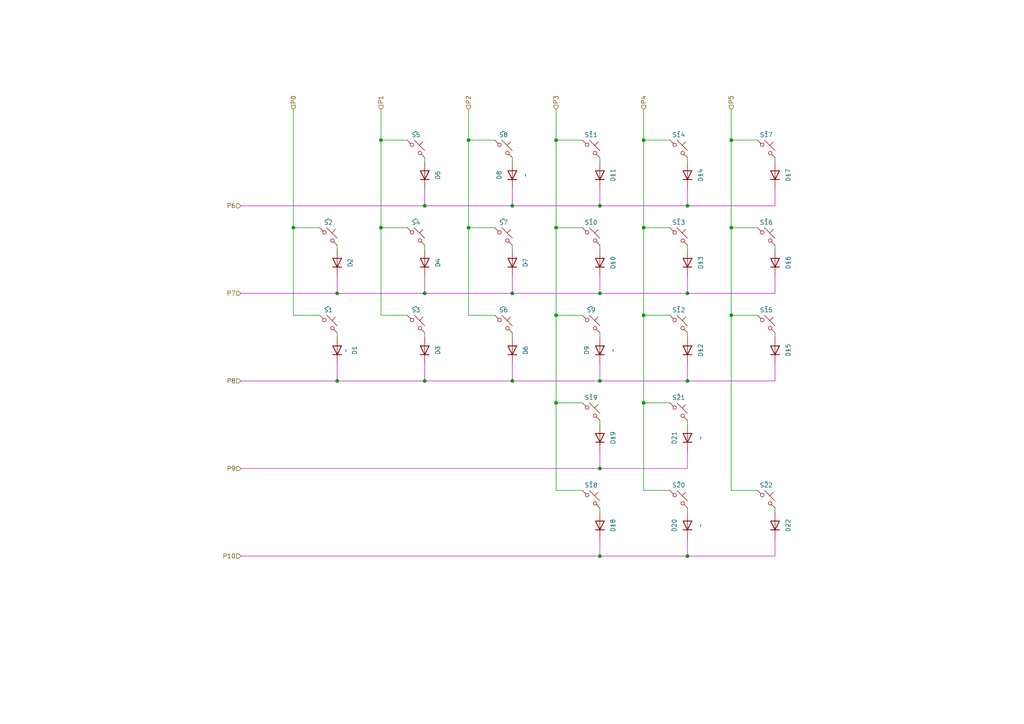
<source format=kicad_sch>
(kicad_sch (version 20250114) (generator "eeschema") (generator_version "9.0")
  (paper "A4")
  (lib_symbols
    (symbol "Device:D" (pin_numbers (hide yes)) (pin_names (offset 1.016) (hide yes))
      (property "Reference" "D" (at 0 2.54 0))
      (property "Value" "D" (at 0 -2.54 0))
      (symbol "D_0_1"
        (polyline (pts (xy -1.27 1.27) (xy -1.27 -1.27)) (stroke (width 0.254)))
        (polyline (pts (xy 1.27 1.27) (xy 1.27 -1.27) (xy -1.27 0) (xy 1.27 1.27)) (stroke (width 0.254)))
        (polyline (pts (xy 1.27 0) (xy -1.27 0)))
      )
      (symbol "D_1_1"
        (pin passive line (at -3.81 0 0) (length 2.54) (name "K") (number "1"))
        (pin passive line (at 3.81 0 180) (length 2.54) (name "A") (number "2"))
      )
    )
    (symbol "Switch:SW_Push_45deg" (pin_numbers (hide yes)) (pin_names (offset 1.016) (hide yes))
      (property "Reference" "SW" (at 3.048 1.016 0))
      (property "Value" "SW_Push_45deg" (at 0 -3.81 0))
      (symbol "SW_Push_45deg_0_1"
        (polyline (pts (xy -2.54 2.54) (xy -1.524 1.524) (xy -1.524 1.524)))
        (circle (center -1.1684 1.1684) (radius 0.508))
        (polyline (pts (xy -0.508 2.54) (xy 2.54 -0.508)))
        (polyline (pts (xy 1.016 1.016) (xy 2.032 2.032)))
        (circle (center 1.143 -1.1938) (radius 0.508))
        (polyline (pts (xy 1.524 -1.524) (xy 2.54 -2.54) (xy 2.54 -2.54) (xy 2.54 -2.54)))
        (pin passive line (at -2.54 2.54 0) (length 0) (name "1") (number "1"))
        (pin passive line (at 2.54 -2.54 180) (length 0) (name "2") (number "2"))
      )
    )
  )
  (junction (at 123.19 110.49))
  (junction (at 199.39 110.49))
  (junction (at 199.39 161.29))
  (junction (at 97.79 110.49))
  (junction (at 148.59 59.69))
  (junction (at 135.89 66.04))
  (junction (at 85.09 66.04))
  (junction (at 186.69 66.04))
  (junction (at 148.59 85.09))
  (junction (at 186.69 91.44))
  (junction (at 173.99 59.69))
  (junction (at 199.39 59.69))
  (junction (at 173.99 110.49))
  (junction (at 173.99 161.29))
  (junction (at 186.69 40.64))
  (junction (at 173.99 85.09))
  (junction (at 110.49 66.04))
  (junction (at 123.19 85.09))
  (junction (at 110.49 40.64))
  (junction (at 148.59 110.49))
  (junction (at 161.29 91.44))
  (junction (at 97.79 85.09))
  (junction (at 173.99 135.89))
  (junction (at 161.29 116.84))
  (junction (at 161.29 66.04))
  (junction (at 161.29 40.64))
  (junction (at 212.09 91.44))
  (junction (at 186.69 116.84))
  (junction (at 135.89 40.64))
  (junction (at 212.09 40.64))
  (junction (at 123.19 59.69))
  (junction (at 199.39 85.09))
  (junction (at 212.09 66.04))
  (wire (pts (xy 148.59 59.69) (xy 148.59 54.61)) (stroke (width 0) (color 194 0 194 1)))
  (wire (pts (xy 97.79 80.01) (xy 97.79 85.09)) (stroke (width 0) (color 194 0 194 1)))
  (wire (pts (xy 199.39 96.52) (xy 199.39 97.79)))
  (wire (pts (xy 212.09 91.44) (xy 212.09 142.24)))
  (wire (pts (xy 199.39 121.92) (xy 199.39 123.19)))
  (wire (pts (xy 168.91 116.84) (xy 161.29 116.84)))
  (wire (pts (xy 194.31 91.44) (xy 186.69 91.44)))
  (wire (pts (xy 123.19 59.69) (xy 148.59 59.69)) (stroke (width 0) (color 194 0 194 1)))
  (wire (pts (xy 173.99 135.89) (xy 173.99 130.81)) (stroke (width 0) (color 194 0 194 1)))
  (wire (pts (xy 148.59 110.49) (xy 148.59 105.41)) (stroke (width 0) (color 194 0 194 1)))
  (wire (pts (xy 173.99 135.89) (xy 199.39 135.89)) (stroke (width 0) (color 194 0 194 1)))
  (wire (pts (xy 173.99 161.29) (xy 199.39 161.29)) (stroke (width 0) (color 194 0 194 1)))
  (wire (pts (xy 186.69 116.84) (xy 186.69 142.24)))
  (wire (pts (xy 173.99 161.29) (xy 173.99 156.21)) (stroke (width 0) (color 194 0 194 1)))
  (wire (pts (xy 186.69 66.04) (xy 186.69 91.44)))
  (wire (pts (xy 199.39 71.12) (xy 199.39 72.39)))
  (wire (pts (xy 123.19 80.01) (xy 123.19 85.09)) (stroke (width 0) (color 194 0 194 1)))
  (wire (pts (xy 161.29 40.64) (xy 161.29 66.04)))
  (wire (pts (xy 97.79 85.09) (xy 123.19 85.09)) (stroke (width 0) (color 194 0 194 1)))
  (wire (pts (xy 97.79 105.41) (xy 97.79 110.49)) (stroke (width 0) (color 194 0 194 1)))
  (wire (pts (xy 168.91 91.44) (xy 161.29 91.44)))
  (wire (pts (xy 212.09 40.64) (xy 212.09 66.04)))
  (wire (pts (xy 224.79 85.09) (xy 224.79 80.01)) (stroke (width 0) (color 194 0 194 1)))
  (wire (pts (xy 173.99 71.12) (xy 173.99 72.39)))
  (wire (pts (xy 92.71 66.04) (xy 85.09 66.04)))
  (wire (pts (xy 148.59 45.72) (xy 148.59 46.99)))
  (wire (pts (xy 199.39 135.89) (xy 199.39 130.81)) (stroke (width 0) (color 194 0 194 1)))
  (wire (pts (xy 199.39 59.69) (xy 199.39 54.61)) (stroke (width 0) (color 194 0 194 1)))
  (wire (pts (xy 161.29 66.04) (xy 161.29 91.44)))
  (wire (pts (xy 194.31 116.84) (xy 186.69 116.84)))
  (wire (pts (xy 219.71 91.44) (xy 212.09 91.44)))
  (wire (pts (xy 168.91 40.64) (xy 161.29 40.64)))
  (wire (pts (xy 148.59 110.49) (xy 173.99 110.49)) (stroke (width 0) (color 194 0 194 1)))
  (wire (pts (xy 212.09 66.04) (xy 212.09 91.44)))
  (wire (pts (xy 199.39 161.29) (xy 199.39 156.21)) (stroke (width 0) (color 194 0 194 1)))
  (wire (pts (xy 118.11 40.64) (xy 110.49 40.64)))
  (wire (pts (xy 186.69 40.64) (xy 186.69 66.04)))
  (wire (pts (xy 110.49 66.04) (xy 110.49 91.44)))
  (wire (pts (xy 168.91 66.04) (xy 161.29 66.04)))
  (wire (pts (xy 173.99 85.09) (xy 173.99 80.01)) (stroke (width 0) (color 194 0 194 1)))
  (wire (pts (xy 199.39 59.69) (xy 224.79 59.69)) (stroke (width 0) (color 194 0 194 1)))
  (wire (pts (xy 135.89 40.64) (xy 135.89 66.04)))
  (wire (pts (xy 69.85 110.49) (xy 97.79 110.49)) (stroke (width 0) (color 194 0 194 1)))
  (wire (pts (xy 143.51 40.64) (xy 135.89 40.64)))
  (wire (pts (xy 123.19 85.09) (xy 148.59 85.09)) (stroke (width 0) (color 194 0 194 1)))
  (wire (pts (xy 173.99 45.72) (xy 173.99 46.99)))
  (wire (pts (xy 224.79 59.69) (xy 224.79 54.61)) (stroke (width 0) (color 194 0 194 1)))
  (wire (pts (xy 118.11 91.44) (xy 110.49 91.44)))
  (wire (pts (xy 143.51 91.44) (xy 135.89 91.44)))
  (wire (pts (xy 69.85 85.09) (xy 97.79 85.09)) (stroke (width 0) (color 194 0 194 1)))
  (wire (pts (xy 173.99 147.32) (xy 173.99 148.59)))
  (wire (pts (xy 199.39 147.32) (xy 199.39 148.59)))
  (wire (pts (xy 123.19 105.41) (xy 123.19 110.49)) (stroke (width 0) (color 194 0 194 1)))
  (wire (pts (xy 135.89 31.75) (xy 135.89 40.64)))
  (wire (pts (xy 161.29 116.84) (xy 161.29 142.24)))
  (wire (pts (xy 219.71 40.64) (xy 212.09 40.64)))
  (wire (pts (xy 69.85 161.29) (xy 173.99 161.29)) (stroke (width 0) (color 194 0 194 1)))
  (wire (pts (xy 224.79 110.49) (xy 224.79 105.41)) (stroke (width 0) (color 194 0 194 1)))
  (wire (pts (xy 219.71 66.04) (xy 212.09 66.04)))
  (wire (pts (xy 143.51 66.04) (xy 135.89 66.04)))
  (wire (pts (xy 173.99 59.69) (xy 173.99 54.61)) (stroke (width 0) (color 194 0 194 1)))
  (wire (pts (xy 85.09 31.75) (xy 85.09 66.04)))
  (wire (pts (xy 85.09 66.04) (xy 85.09 91.44)))
  (wire (pts (xy 148.59 96.52) (xy 148.59 97.79)))
  (wire (pts (xy 199.39 85.09) (xy 199.39 80.01)) (stroke (width 0) (color 194 0 194 1)))
  (wire (pts (xy 224.79 161.29) (xy 224.79 156.21)) (stroke (width 0) (color 194 0 194 1)))
  (wire (pts (xy 194.31 40.64) (xy 186.69 40.64)))
  (wire (pts (xy 123.19 96.52) (xy 123.19 97.79)))
  (wire (pts (xy 110.49 40.64) (xy 110.49 66.04)))
  (wire (pts (xy 148.59 85.09) (xy 148.59 80.01)) (stroke (width 0) (color 194 0 194 1)))
  (wire (pts (xy 173.99 96.52) (xy 173.99 97.79)))
  (wire (pts (xy 123.19 110.49) (xy 148.59 110.49)) (stroke (width 0) (color 194 0 194 1)))
  (wire (pts (xy 173.99 85.09) (xy 199.39 85.09)) (stroke (width 0) (color 194 0 194 1)))
  (wire (pts (xy 199.39 110.49) (xy 199.39 105.41)) (stroke (width 0) (color 194 0 194 1)))
  (wire (pts (xy 173.99 59.69) (xy 199.39 59.69)) (stroke (width 0) (color 194 0 194 1)))
  (wire (pts (xy 224.79 45.72) (xy 224.79 46.99)))
  (wire (pts (xy 194.31 142.24) (xy 186.69 142.24)))
  (wire (pts (xy 219.71 142.24) (xy 212.09 142.24)))
  (wire (pts (xy 69.85 59.69) (xy 123.19 59.69)) (stroke (width 0) (color 194 0 194 1)))
  (wire (pts (xy 224.79 71.12) (xy 224.79 72.39)))
  (wire (pts (xy 161.29 31.75) (xy 161.29 40.64)))
  (wire (pts (xy 199.39 110.49) (xy 224.79 110.49)) (stroke (width 0) (color 194 0 194 1)))
  (wire (pts (xy 97.79 97.79) (xy 97.79 96.52)))
  (wire (pts (xy 123.19 71.12) (xy 123.19 72.39)))
  (wire (pts (xy 186.69 31.75) (xy 186.69 40.64)))
  (wire (pts (xy 97.79 72.39) (xy 97.79 71.12)))
  (wire (pts (xy 199.39 45.72) (xy 199.39 46.99)))
  (wire (pts (xy 173.99 110.49) (xy 199.39 110.49)) (stroke (width 0) (color 194 0 194 1)))
  (wire (pts (xy 212.09 31.75) (xy 212.09 40.64)))
  (wire (pts (xy 199.39 85.09) (xy 224.79 85.09)) (stroke (width 0) (color 194 0 194 1)))
  (wire (pts (xy 123.19 45.72) (xy 123.19 46.99)))
  (wire (pts (xy 97.79 110.49) (xy 123.19 110.49)) (stroke (width 0) (color 194 0 194 1)))
  (wire (pts (xy 224.79 96.52) (xy 224.79 97.79)))
  (wire (pts (xy 135.89 66.04) (xy 135.89 91.44)))
  (wire (pts (xy 110.49 31.75) (xy 110.49 40.64)))
  (wire (pts (xy 69.85 135.89) (xy 173.99 135.89)) (stroke (width 0) (color 194 0 194 1)))
  (wire (pts (xy 148.59 59.69) (xy 173.99 59.69)) (stroke (width 0) (color 194 0 194 1)))
  (wire (pts (xy 92.71 91.44) (xy 85.09 91.44)))
  (wire (pts (xy 173.99 121.92) (xy 173.99 123.19)))
  (wire (pts (xy 199.39 161.29) (xy 224.79 161.29)) (stroke (width 0) (color 194 0 194 1)))
  (wire (pts (xy 118.11 66.04) (xy 110.49 66.04)))
  (wire (pts (xy 148.59 85.09) (xy 173.99 85.09)) (stroke (width 0) (color 194 0 194 1)))
  (wire (pts (xy 194.31 66.04) (xy 186.69 66.04)))
  (wire (pts (xy 148.59 71.12) (xy 148.59 72.39)))
  (wire (pts (xy 186.69 91.44) (xy 186.69 116.84)))
  (wire (pts (xy 224.79 147.32) (xy 224.79 148.59)))
  (wire (pts (xy 168.91 142.24) (xy 161.29 142.24)))
  (wire (pts (xy 173.99 110.49) (xy 173.99 105.41)) (stroke (width 0) (color 194 0 194 1)))
  (wire (pts (xy 161.29 91.44) (xy 161.29 116.84)))
  (wire (pts (xy 123.19 54.61) (xy 123.19 59.69)) (stroke (width 0) (color 194 0 194 1)))
  (hierarchical_label "P8" (shape input) (at 69.85 110.49 180))
  (hierarchical_label "P1" (shape input) (at 110.49 31.75 90))
  (hierarchical_label "P2" (shape input) (at 135.89 31.75 90))
  (hierarchical_label "P9" (shape input) (at 69.85 135.89 180))
  (hierarchical_label "P5" (shape input) (at 212.09 31.75 90))
  (hierarchical_label "P3" (shape input) (at 161.29 31.75 90))
  (hierarchical_label "P4" (shape input) (at 186.69 31.75 90))
  (hierarchical_label "P6" (shape input) (at 69.85 59.69 180))
  (hierarchical_label "P0" (shape input) (at 85.09 31.75 90))
  (hierarchical_label "P10" (shape input) (at 69.85 161.29 180))
  (hierarchical_label "P7" (shape input) (at 69.85 85.09 180))
  (symbol (lib_id "Switch:SW_Push_45deg") (at 171.45 144.78 0) (unit 1)
    (property "Reference" "S18" (at 171.45 140.716 0))
    (property "Value" "~" (at 171.45 139.7 0))
    (property "Footprint" "MX" (effects (hide yes)))
  )
  (symbol (lib_id "Switch:SW_Push_45deg") (at 222.25 43.18 0) (unit 1)
    (property "Reference" "S17" (at 222.25 39.116 0))
    (property "Value" "~" (at 222.25 38.1 0))
    (property "Footprint" "MX" (effects (hide yes)))
  )
  (symbol (lib_id "Device:D") (at 97.79 76.2 270) (mirror x) (unit 1)
    (property "Reference" "D2" (at 101.6 76.2 0))
    (property "Value" "~" (at 101.6 76.2 0))
    (property "Footprint" "ComboDiode" (effects (hide yes)))
  )
  (symbol (lib_id "Switch:SW_Push_45deg") (at 120.65 93.98 0) (unit 1)
    (property "Reference" "S3" (at 120.65 89.916 0))
    (property "Value" "~" (at 120.65 88.9 0))
    (property "Footprint" "MX" (effects (hide yes)))
  )
  (symbol (lib_id "Device:D") (at 148.59 76.2 270) (mirror x) (unit 1)
    (property "Reference" "D7" (at 152.4 76.2 0))
    (property "Value" "~" (at 152.4 76.2 0))
    (property "Footprint" "ComboDiode" (effects (hide yes)))
  )
  (symbol (lib_id "Device:D") (at 123.19 101.6 270) (mirror x) (unit 1)
    (property "Reference" "D3" (at 127 101.6 0))
    (property "Value" "~" (at 127 101.6 0))
    (property "Footprint" "ComboDiode" (effects (hide yes)))
  )
  (symbol (lib_id "Switch:SW_Push_45deg") (at 196.85 144.78 0) (unit 1)
    (property "Reference" "S20" (at 196.85 140.716 0))
    (property "Value" "~" (at 196.85 139.7 0))
    (property "Footprint" "MX" (effects (hide yes)))
  )
  (symbol (lib_id "Device:D") (at 199.39 50.8 270) (mirror x) (unit 1)
    (property "Reference" "D14" (at 203.2 50.8 0))
    (property "Value" "~" (at 203.2 50.8 0))
    (property "Footprint" "ComboDiode" (effects (hide yes)))
  )
  (symbol (lib_id "Switch:SW_Push_45deg") (at 171.45 68.58 0) (unit 1)
    (property "Reference" "S10" (at 171.45 64.516 0))
    (property "Value" "~" (at 171.45 63.5 0))
    (property "Footprint" "MX" (effects (hide yes)))
  )
  (symbol (lib_id "Switch:SW_Push_45deg") (at 120.65 68.58 0) (unit 1)
    (property "Reference" "S4" (at 120.65 64.516 0))
    (property "Value" "~" (at 120.65 63.5 0))
    (property "Footprint" "MX" (effects (hide yes)))
  )
  (symbol (lib_id "Switch:SW_Push_45deg") (at 171.45 119.38 0) (unit 1)
    (property "Reference" "S19" (at 171.45 115.316 0))
    (property "Value" "~" (at 171.45 114.3 0))
    (property "Footprint" "MX" (effects (hide yes)))
  )
  (symbol (lib_id "Device:D") (at 224.79 76.2 270) (mirror x) (unit 1)
    (property "Reference" "D16" (at 228.6 76.2 0))
    (property "Value" "~" (at 228.6 76.2 0))
    (property "Footprint" "ComboDiode" (effects (hide yes)))
  )
  (symbol (lib_id "Switch:SW_Push_45deg") (at 120.65 43.18 0) (unit 1)
    (property "Reference" "S5" (at 120.65 39.116 0))
    (property "Value" "~" (at 120.65 38.1 0))
    (property "Footprint" "MX" (effects (hide yes)))
  )
  (symbol (lib_id "Device:D") (at 224.79 101.6 270) (mirror x) (unit 1)
    (property "Reference" "D15" (at 228.6 101.6 0))
    (property "Value" "~" (at 228.6 101.6 0))
    (property "Footprint" "ComboDiode" (effects (hide yes)))
  )
  (symbol (lib_id "Device:D") (at 123.19 76.2 270) (mirror x) (unit 1)
    (property "Reference" "D4" (at 127 76.2 0))
    (property "Value" "~" (at 127 76.2 0))
    (property "Footprint" "ComboDiode" (effects (hide yes)))
  )
  (symbol (lib_id "Device:D") (at 173.99 101.6 270) (mirror x) (unit 1)
    (property "Reference" "D9" (at 170.18 101.6 0))
    (property "Value" "~" (at 177.8 101.6 0))
    (property "Footprint" "ComboDiode" (effects (hide yes)))
  )
  (symbol (lib_id "Device:D") (at 148.59 50.8 270) (mirror x) (unit 1)
    (property "Reference" "D8" (at 144.78 50.8 0))
    (property "Value" "~" (at 152.4 50.8 0))
    (property "Footprint" "ComboDiode" (effects (hide yes)))
  )
  (symbol (lib_id "Switch:SW_Push_45deg") (at 196.85 43.18 0) (unit 1)
    (property "Reference" "S14" (at 196.85 39.116 0))
    (property "Value" "~" (at 196.85 38.1 0))
    (property "Footprint" "MX" (effects (hide yes)))
  )
  (symbol (lib_id "Switch:SW_Push_45deg") (at 222.25 93.98 0) (unit 1)
    (property "Reference" "S15" (at 222.25 89.916 0))
    (property "Value" "~" (at 222.25 88.9 0))
    (property "Footprint" "MX" (effects (hide yes)))
  )
  (symbol (lib_id "Device:D") (at 173.99 50.8 270) (mirror x) (unit 1)
    (property "Reference" "D11" (at 177.8 50.8 0))
    (property "Value" "~" (at 177.8 50.8 0))
    (property "Footprint" "ComboDiode" (effects (hide yes)))
  )
  (symbol (lib_id "Switch:SW_Push_45deg") (at 222.25 144.78 0) (unit 1)
    (property "Reference" "S22" (at 222.25 140.716 0))
    (property "Value" "~" (at 222.25 139.7 0))
    (property "Footprint" "MX" (effects (hide yes)))
  )
  (symbol (lib_id "Switch:SW_Push_45deg") (at 171.45 93.98 0) (unit 1)
    (property "Reference" "S9" (at 171.45 89.916 0))
    (property "Value" "~" (at 171.45 88.9 0))
    (property "Footprint" "MX" (effects (hide yes)))
  )
  (symbol (lib_id "Device:D") (at 173.99 152.4 270) (mirror x) (unit 1)
    (property "Reference" "D18" (at 177.8 152.4 0))
    (property "Value" "~" (at 177.8 152.4 0))
    (property "Footprint" "ComboDiode" (effects (hide yes)))
  )
  (symbol (lib_id "Switch:SW_Push_45deg") (at 196.85 93.98 0) (unit 1)
    (property "Reference" "S12" (at 196.85 89.916 0))
    (property "Value" "~" (at 196.85 88.9 0))
    (property "Footprint" "MX" (effects (hide yes)))
  )
  (symbol (lib_id "Switch:SW_Push_45deg") (at 171.45 43.18 0) (unit 1)
    (property "Reference" "S11" (at 171.45 39.116 0))
    (property "Value" "~" (at 171.45 38.1 0))
    (property "Footprint" "MX" (effects (hide yes)))
  )
  (symbol (lib_id "Device:D") (at 199.39 152.4 270) (mirror x) (unit 1)
    (property "Reference" "D20" (at 195.58 152.4 0))
    (property "Value" "~" (at 203.2 152.4 0))
    (property "Footprint" "ComboDiode" (effects (hide yes)))
  )
  (symbol (lib_id "Switch:SW_Push_45deg") (at 196.85 119.38 0) (unit 1)
    (property "Reference" "S21" (at 196.85 115.316 0))
    (property "Value" "~" (at 196.85 114.3 0))
    (property "Footprint" "MX" (effects (hide yes)))
  )
  (symbol (lib_id "Switch:SW_Push_45deg") (at 196.85 68.58 0) (unit 1)
    (property "Reference" "S13" (at 196.85 64.516 0))
    (property "Value" "~" (at 196.85 63.5 0))
    (property "Footprint" "MX" (effects (hide yes)))
  )
  (symbol (lib_id "Device:D") (at 97.79 101.6 270) (mirror x) (unit 1)
    (property "Reference" "D1" (at 102.87 101.6 0))
    (property "Value" "~" (at 100.33 101.6 0))
    (property "Footprint" "ComboDiode" (effects (hide yes)))
  )
  (symbol (lib_id "Switch:SW_Push_45deg") (at 146.05 68.58 0) (unit 1)
    (property "Reference" "S7" (at 146.05 64.516 0))
    (property "Value" "~" (at 146.05 63.5 0))
    (property "Footprint" "MX" (effects (hide yes)))
  )
  (symbol (lib_id "Device:D") (at 224.79 152.4 270) (mirror x) (unit 1)
    (property "Reference" "D22" (at 228.6 152.4 0))
    (property "Value" "~" (at 228.6 152.4 0))
    (property "Footprint" "ComboDiode" (effects (hide yes)))
  )
  (symbol (lib_id "Device:D") (at 173.99 76.2 270) (mirror x) (unit 1)
    (property "Reference" "D10" (at 177.8 76.2 0))
    (property "Value" "~" (at 177.8 76.2 0))
    (property "Footprint" "ComboDiode" (effects (hide yes)))
  )
  (symbol (lib_id "Device:D") (at 199.39 127 270) (mirror x) (unit 1)
    (property "Reference" "D21" (at 195.58 127 0))
    (property "Value" "~" (at 203.2 127 0))
    (property "Footprint" "ComboDiode" (effects (hide yes)))
  )
  (symbol (lib_id "Switch:SW_Push_45deg") (at 146.05 43.18 0) (unit 1)
    (property "Reference" "S8" (at 146.05 39.116 0))
    (property "Value" "~" (at 146.05 38.1 0))
    (property "Footprint" "MX" (effects (hide yes)))
  )
  (symbol (lib_id "Switch:SW_Push_45deg") (at 222.25 68.58 0) (unit 1)
    (property "Reference" "S16" (at 222.25 64.516 0))
    (property "Value" "~" (at 222.25 63.5 0))
    (property "Footprint" "MX" (effects (hide yes)))
  )
  (symbol (lib_id "Switch:SW_Push_45deg") (at 95.25 68.58 0) (unit 1)
    (property "Reference" "S2" (at 95.25 64.516 0))
    (property "Value" "~" (at 95.25 63.5 0))
    (property "Footprint" "MX" (effects (hide yes)))
  )
  (symbol (lib_id "Device:D") (at 123.19 50.8 270) (mirror x) (unit 1)
    (property "Reference" "D5" (at 127 50.8 0))
    (property "Value" "~" (at 127 50.8 0))
    (property "Footprint" "ComboDiode" (effects (hide yes)))
  )
  (symbol (lib_id "Device:D") (at 173.99 127 270) (mirror x) (unit 1)
    (property "Reference" "D19" (at 177.8 127 0))
    (property "Value" "~" (at 177.8 127 0))
    (property "Footprint" "ComboDiode" (effects (hide yes)))
  )
  (symbol (lib_id "Device:D") (at 224.79 50.8 270) (mirror x) (unit 1)
    (property "Reference" "D17" (at 228.6 50.8 0))
    (property "Value" "~" (at 228.6 50.8 0))
    (property "Footprint" "ComboDiode" (effects (hide yes)))
  )
  (symbol (lib_id "Device:D") (at 148.59 101.6 270) (mirror x) (unit 1)
    (property "Reference" "D6" (at 152.4 101.6 0))
    (property "Value" "~" (at 152.4 101.6 0))
    (property "Footprint" "ComboDiode" (effects (hide yes)))
  )
  (symbol (lib_id "Device:D") (at 199.39 76.2 270) (mirror x) (unit 1)
    (property "Reference" "D13" (at 203.2 76.2 0))
    (property "Value" "~" (at 203.2 76.2 0))
    (property "Footprint" "ComboDiode" (effects (hide yes)))
  )
  (symbol (lib_id "Switch:SW_Push_45deg") (at 146.05 93.98 0) (unit 1)
    (property "Reference" "S6" (at 146.05 89.916 0))
    (property "Value" "~" (at 146.05 88.9 0))
    (property "Footprint" "MX" (effects (hide yes)))
  )
  (symbol (lib_id "Device:D") (at 199.39 101.6 270) (mirror x) (unit 1)
    (property "Reference" "D12" (at 203.2 101.6 0))
    (property "Value" "~" (at 203.2 101.6 0))
    (property "Footprint" "ComboDiode" (effects (hide yes)))
  )
  (symbol (lib_id "Switch:SW_Push_45deg") (at 95.25 93.98 0) (unit 1)
    (property "Reference" "S1" (at 95.25 89.916 0))
    (property "Value" "~" (at 95.25 88.9 0))
    (property "Footprint" "MX" (effects (hide yes)))
  )
)
</source>
